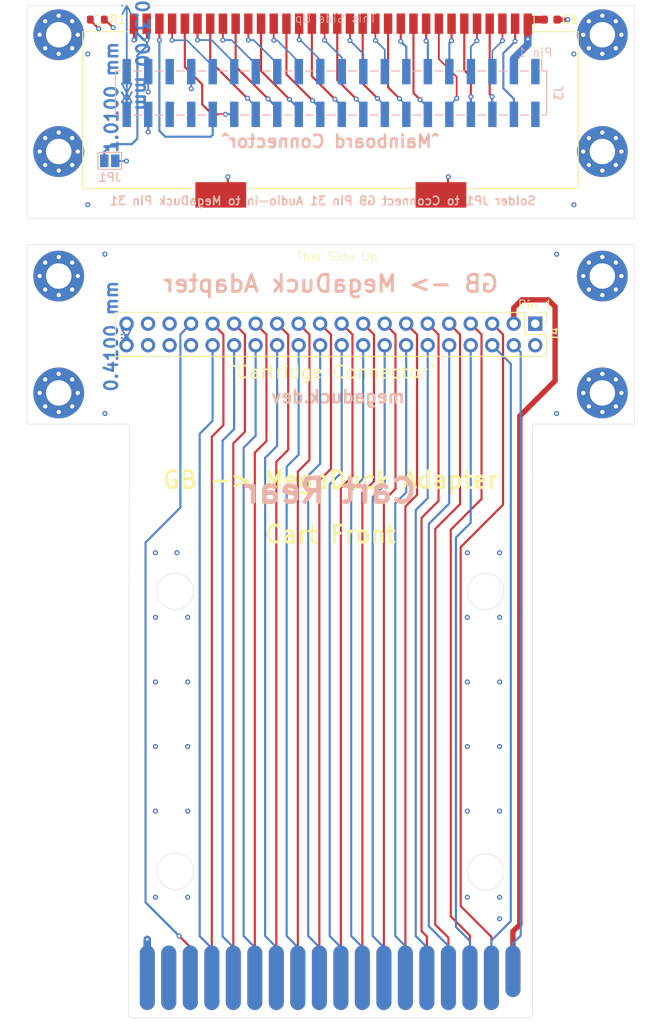
<source format=kicad_pcb>
(kicad_pcb (version 20240108) (generator "pcbnew") (generator_version "8.0")
  (title_block (title "GB to MegaDuck Cart Adapter") (date "2024-08-05") (rev "v1.0") (company "megaduck.dev"))
  (layers (0 "F.Cu" signal) (1 "In1.Cu" signal) (2 "In2.Cu" signal) (31 "B.Cu" signal) (34 "B.Paste" user) (35 "F.Paste" user) (36 "B.SilkS" user "B.Silkscreen") (37 "F.SilkS" user "F.Silkscreen") (38 "B.Mask" user) (39 "F.Mask" user) (44 "Edge.Cuts" user))
  (net 0 "")
  (net 1 "GND")
  (net 2 "/D6")
  (net 3 "/D7")
  (net 4 "/~{RES}")
  (net 5 "/D5")
  (net 6 "/D4")
  (net 7 "/D3")
  (net 8 "/D2")
  (net 9 "/D1")
  (net 10 "/D0")
  (net 11 "/A15")
  (net 12 "/A14")
  (net 13 "/A13")
  (net 14 "/A12")
  (net 15 "/A11")
  (net 16 "/A10")
  (net 17 "/A9")
  (net 18 "/A8")
  (net 19 "/A7")
  (net 20 "/A6")
  (net 21 "/A5")
  (net 22 "/A4")
  (net 23 "/A3")
  (net 24 "/A2")
  (net 25 "/A1")
  (net 26 "/A0")
  (net 27 "/~{CS}")
  (net 28 "/~{RD}")
  (net 29 "/~{WR}")
  (net 30 "/PHI")
  (net 31 "/VIN+")
  (net 33 "/VCC")
  (net 36 "Net-(J3-VIN)")
  (footprint "Resistor_SMD:R_0603_1608Metric" (layer "F.Cu") (at 120.5202 23.1214)
    (property "Reference" "R1")
    (property "Value" "100k")
  )
  (footprint "MountingHole:MountingHole_3mm_Pad_Via" (layer "F.Cu") (at 180.1516 53.38)
    (property "Reference" "H7" (hide yes))
    (property "Value" "MountingHole_Pad")
  )
  (footprint "Connector_PinHeader_2.54mm:PinHeader_2x20_P2.54mm_Vertical" (layer "F.Cu") (at 172.23 59 -90)
    (property "Reference" "J4")
    (property "Value" "Conn_02x20_Odd_Even")
  )
  (footprint "Capacitor_SMD:C_0603_1608Metric" (layer "F.Cu") (at 174.0502 23.1214)
    (property "Reference" "C1")
    (property "Value" "0.1uf")
  )
  (footprint "MountingHole:MountingHole_3mm_Pad_Via" (layer "F.Cu") (at 115.96 24.91)
    (property "Reference" "H1" (hide yes))
    (property "Value" "MountingHole_Pad")
  )
  (footprint "User:GameBoy_Cartridge_AGS_1x32-1MP_P1.50mm_Socket_Horizontal" (layer "F.Cu") (at 148.1004 33.854 180)
    (property "Reference" "J3" (hide yes))
    (property "Value" "GameBoy_Cartridge_MountingPin")
  )
  (footprint "User:Mega_Duck_36_Pin" (layer "F.Cu") (at 169.5958 136.1694)
    (property "Reference" "J1" (hide yes))
    (property "Value" "Conn_02x18_Odd_Even")
  )
  (footprint "MountingHole:MountingHole_3mm_Pad_Via" (layer "F.Cu") (at 115.96 38.69)
    (property "Reference" "H2" (hide yes))
    (property "Value" "MountingHole_Pad")
  )
  (footprint "MountingHole:MountingHole_3mm_Pad_Via" (layer "F.Cu") (at 180.1516 38.69)
    (property "Reference" "H6" (hide yes))
    (property "Value" "MountingHole_Pad")
  )
  (footprint "MountingHole:MountingHole_3mm_Pad_Via" (layer "F.Cu") (at 180.1516 67.17)
    (property "Reference" "H8" (hide yes))
    (property "Value" "MountingHole_Pad")
  )
  (footprint "MountingHole:MountingHole_3mm_Pad_Via" (layer "F.Cu") (at 180.1516 24.91)
    (property "Reference" "H5" (hide yes))
    (property "Value" "MountingHole_Pad")
  )
  (footprint "MountingHole:MountingHole_3mm_Pad_Via" (layer "F.Cu") (at 115.96 67.17)
    (property "Reference" "H4" (hide yes))
    (property "Value" "MountingHole_Pad")
  )
  (footprint "MountingHole:MountingHole_3mm_Pad_Via" (layer "F.Cu") (at 115.96 53.38)
    (property "Reference" "H3" (hide yes))
    (property "Value" "MountingHole_Pad")
  )
  (footprint "Jumper:SolderJumper-2_P1.3mm_Open_Pad1.0x1.5mm" (layer "B.Cu") (at 121.9906 39.7838 180)
    (property "Reference" "JP1")
    (property "Value" "SolderJumper_2_Open")
  )
  (footprint "Connector_PinSocket_2.54mm:PinSocket_2x20_P2.54mm_Vertical_SMD" (layer "B.Cu") (at 148.1168 31.7828 90)
    (property "Reference" "J3")
    (property "Value" "Conn_02x20_Odd_Even")
  )
  (gr_line (start 120.2596 49.6824) (end 112.2426 49.6824) (stroke (width 0.05)) (layer "Edge.Cuts"))
  (gr_circle (center 129.712926 90.576404) (end 131.862926 90.576404) (stroke (width 0.05)) (fill none) (layer "Edge.Cuts"))
  (gr_line (start 171.9072 70.846) (end 171.9072 76.708) (stroke (width 0.05)) (layer "Edge.Cuts"))
  (gr_circle (center 166.3954 123.6726) (end 168.5454 123.6726) (stroke (width 0.05)) (fill none) (layer "Edge.Cuts"))
  (gr_line (start 118.3988 46.6164) (end 124.317 46.6164) (stroke (width 0.05)) (layer "Edge.Cuts"))
  (gr_line (start 183.9468 21.4704) (end 183.9468 46.6164) (stroke (width 0.05)) (layer "Edge.Cuts"))
  (gr_line (start 112.2426 21.4704) (end 112.2426 46.6164) (stroke (width 0.05)) (layer "Edge.Cuts"))
  (gr_line (start 171.9072 70.846) (end 175.9298 70.846) (stroke (width 0.05)) (layer "Edge.Cuts"))
  (gr_line (start 124.2822 78.1558) (end 124.2822 70.846) (stroke (width 0.05)) (layer "Edge.Cuts"))
  (gr_line (start 112.2426 70.846) (end 120.2596 70.846) (stroke (width 0.05)) (layer "Edge.Cuts"))
  (gr_line (start 124.444 46.6164) (end 124.317 46.6164) (stroke (width 0.05)) (layer "Edge.Cuts"))
  (gr_line (start 177.8348 46.6164) (end 172.069 46.6164) (stroke (width 0.05)) (layer "Edge.Cuts"))
  (gr_line (start 183.9468 64.7032) (end 183.9468 49.6824) (stroke (width 0.05)) (layer "Edge.Cuts"))
  (gr_line (start 171.9072 140.5636) (end 171.9072 78.1558) (stroke (width 0.05)) (layer "Edge.Cuts"))
  (gr_arc (start 171.9072 140.5636) (mid 171.810487 140.797087) (end 171.577 140.8938) (stroke (width 0.05)) (layer "Edge.Cuts"))
  (gr_line (start 120.2596 70.846) (end 124.2822 70.846) (stroke (width 0.05)) (layer "Edge.Cuts"))
  (gr_line (start 118.3988 46.6164) (end 112.2426 46.6164) (stroke (width 0.05)) (layer "Edge.Cuts"))
  (gr_line (start 175.9298 70.846) (end 183.9468 70.846) (stroke (width 0.05)) (layer "Edge.Cuts"))
  (gr_line (start 177.8348 46.6164) (end 183.9468 46.6164) (stroke (width 0.05)) (layer "Edge.Cuts"))
  (gr_line (start 112.2426 64.7032) (end 112.2426 49.6824) (stroke (width 0.05)) (layer "Edge.Cuts"))
  (gr_line (start 171.9072 78.1558) (end 171.9072 76.708) (stroke (width 0.05)) (layer "Edge.Cuts"))
  (gr_circle (center 166.37 90.576404) (end 168.52 90.576404) (stroke (width 0.05)) (fill none) (layer "Edge.Cuts"))
  (gr_line (start 171.577 140.8938) (end 124.5616 140.8938) (stroke (width 0.05)) (layer "Edge.Cuts"))
  (gr_line (start 183.9468 49.6824) (end 175.9298 49.6824) (stroke (width 0.05)) (layer "Edge.Cuts"))
  (gr_circle (center 129.7432 123.6218) (end 131.8932 123.6218) (stroke (width 0.05)) (fill none) (layer "Edge.Cuts"))
  (gr_line (start 124.2314 140.5636) (end 124.2822 78.1558) (stroke (width 0.05)) (layer "Edge.Cuts"))
  (gr_line (start 118.3988 21.4704) (end 112.2426 21.4704) (stroke (width 0.05)) (layer "Edge.Cuts"))
  (gr_line (start 177.8348 21.4704) (end 183.9468 21.4704) (stroke (width 0.05)) (layer "Edge.Cuts"))
  (gr_line (start 124.444 46.6164) (end 172.069 46.6164) (stroke (width 0.05)) (layer "Edge.Cuts"))
  (gr_arc (start 124.5616 140.8938) (mid 124.328113 140.797087) (end 124.2314 140.5636) (stroke (width 0.05)) (layer "Edge.Cuts"))
  (gr_line (start 112.2426 64.7032) (end 112.2426 70.846) (stroke (width 0.05)) (layer "Edge.Cuts"))
  (gr_line (start 118.3988 21.4704) (end 177.8348 21.4704) (stroke (width 0.05)) (layer "Edge.Cuts"))
  (gr_line (start 120.2596 49.6824) (end 175.9298 49.6824) (stroke (width 0.05)) (layer "Edge.Cuts"))
  (gr_line (start 183.9468 70.846) (end 183.9468 64.7032) (stroke (width 0.05)) (layer "Edge.Cuts"))
  (gr_text "GB -> MegaDuck Adapter" (at 148.082 55.4482 -0) (layer "B.SilkS") (effects (font (size 2 2) (thickness 0.35) (bold yes)) (justify bottom mirror)))
  (gr_text "megaduck.dev" (at 157 68.5 -0) (layer "B.SilkS") (effects (font (size 1.5 1.5) (thickness 0.3) (bold yes)) (justify left bottom mirror)))
  (gr_text "This Side Up" (at 148.6502 23.5786 0) (layer "B.SilkS") (effects (font (size 1 1) (thickness 0.1)) (justify bottom mirror)))
  (gr_text "Cart Rear" (at 147.9804 80.3656 -0) (layer "B.SilkS") (effects (font (size 2.8 2.8) (thickness 0.56) (bold yes)) (justify bottom mirror)))
  (gr_text "Solder JP1 to Cconnect GB Pin 31 Audio-in to MegaDuck Pin 31" (at 147.1262 45.0924 0) (layer "B.SilkS") (effects (font (size 1 1) (thickness 0.2) (bold yes)) (justify bottom mirror)))
  (gr_text "^Mainboard Connector^" (at 161.0454 38.3614 0) (layer "B.SilkS") (effects (font (size 1.5 1.5) (thickness 0.3) (bold yes)) (justify left bottom mirror)))
  (gr_text "Pin 1" (at 172.2214 27.5918 0) (layer "B.SilkS") (effects (font (size 1 1) (thickness 0.1)) (justify bottom mirror)))
  (gr_text "^Cartridge Connector^" (at 148.2344 65.5828 0) (layer "F.SilkS") (effects (font (size 1.5 1.5) (thickness 0.2)) (justify bottom)))
  (gr_text "GB -> MegaDuck Adapter\n\nCart Front" (at 148.0312 85.0392 0) (layer "F.SilkS") (effects (font (size 2 2) (thickness 0.35) (bold yes)) (justify bottom)))
  (gr_text "Pin 1" (at 172.2374 57.3278 -0) (layer "F.SilkS") (effects (font (size 1 1) (thickness 0.1)) (justify bottom)))
  (gr_text "This Side Up" (at 148.8186 51.6636 0) (layer "F.SilkS") (effects (font (size 1 1) (thickness 0.1)) (justify bottom)))
  (dimension (type aligned) (layer "B.Cu") (pts (xy 124 32.8) (xy 124 31.79)) (height 0) (gr_text "1.0100 mm" (at 122.2 32.295 90) (layer "B.Cu") (effects (font (size 1.5 1.5) (thickness 0.3)))) (format (prefix "") (suffix "") (units 3) (units_format 1) (precision 4)) (style (thickness 0.2) (arrow_length 1.27) (text_position_mode 0) (extension_height 0.58642) (extension_offset 0.5) keep_text_aligned))
  (dimension (type aligned) (layer "B.Cu") (pts (xy 124 31.79) (xy 123.99 21.47)) (height 0) (gr_text "10.3200 mm" (at 125.794999 26.628256 -89.94448085) (layer "B.Cu") (effects (font (size 1.5 1.5) (thickness 0.3)))) (format (prefix "") (suffix "") (units 3) (units_format 1) (precision 4)) (style (thickness 0.2) (arrow_length 1.27) (text_position_mode 0) (extension_height 0.58642) (extension_offset 0.5) keep_text_aligned))
  (dimension (type aligned) (layer "B.Cu") (pts (xy 123.96 60.69) (xy 123.96 60.28)) (height 0) (gr_text "0.4100 mm" (at 122.16 60.485 90) (layer "B.Cu") (effects (font (size 1.5 1.5) (thickness 0.3)))) (format (prefix "") (suffix "") (units 3) (units_format 1) (precision 4)) (style (thickness 0.2) (arrow_length 1.27) (text_position_mode 0) (extension_height 0.58642) (extension_offset 0.5) keep_text_aligned))
  (segment (start 124.8504 25.527) (end 124.843 25.5344) (width 0.254) (layer "F.Cu") (net 1))
  (segment (start 135.9206 43.8548) (end 135.9206 41.6676) (width 0.254) (layer "F.Cu") (net 1))
  (segment (start 161.9206 43.8548) (end 161.9206 41.7026) (width 0.254) (layer "F.Cu") (net 1))
  (segment (start 161.9206 41.7026) (end 161.9598 41.6634) (width 0.254) (layer "F.Cu") (net 1))
  (segment (start 135.9206 41.6676) (end 135.9248 41.6634) (width 0.254) (layer "F.Cu") (net 1))
  (segment (start 126.4158 131.6482) (end 126.4158 136.1694) (width 0.889) (layer "F.Cu") (net 1))
  (segment (start 124.8504 23.6548) (end 124.8504 25.527) (width 0.254) (layer "F.Cu") (net 1))
  (segment (start 174.8252 23.1214) (end 176.0698 23.1214) (width 0.508) (layer "F.Cu") (net 1))
  (via (at 168.021 126.6698) (size 0.6) (drill 0.3) (layers "F.Cu" "B.Cu") (net 1))
  (via (at 168.021 108.8898) (size 0.6) (drill 0.3) (layers "F.Cu" "B.Cu") (net 1))
  (via (at 121.412 50.8) (size 0.6) (drill 0.3) (layers "F.Cu" "B.Cu") (net 1))
  (via (at 127.381 86.0298) (size 0.6) (drill 0.3) (layers "F.Cu" "B.Cu") (net 1))
  (via (at 121.412 69.596) (size 0.6) (drill 0.3) (layers "F.Cu" "B.Cu") (net 1))
  (via (at 164.211 101.2698) (size 0.6) (drill 0.3) (layers "F.Cu" "B.Cu") (net 1))
  (via (at 168.021 116.5098) (size 0.6) (drill 0.3) (layers "F.Cu" "B.Cu") (net 1))
  (via (at 164.211 93.6498) (size 0.6) (drill 0.3) (layers "F.Cu" "B.Cu") (net 1))
  (via (at 127.381 108.8898) (size 0.6) (drill 0.3) (layers "F.Cu" "B.Cu") (net 1))
  (via (at 127.381 126.6698) (size 0.6) (drill 0.3) (layers "F.Cu" "B.Cu") (net 1))
  (via (at 131.191 126.6698) (size 0.6) (drill 0.3) (layers "F.Cu" "B.Cu") (net 1))
  (via (at 161.9598 41.6634) (size 0.6) (drill 0.3) (layers "F.Cu" "B.Cu") (net 1))
  (via (at 129.921 86.0298) (size 0.6) (drill 0.3) (layers "F.Cu" "B.Cu") (net 1))
  (via (at 126.5268 36.3802) (size 0.6) (drill 0.3) (layers "F.Cu" "B.Cu") (net 1))
  (via (at 126.53 31.66) (size 0.6) (drill 0.3) (layers "F.Cu" "B.Cu") (net 1))
  (via (at 176.7934 27.1854) (size 0.6) (drill 0.3) (layers "F.Cu" "B.Cu") (net 1))
  (via (at 168.021 86.0298) (size 0.6) (drill 0.3) (layers "F.Cu" "B.Cu") (net 1))
  (via (at 164.211 116.5098) (size 0.6) (drill 0.3) (layers "F.Cu" "B.Cu") (net 1))
  (via (at 174.752 69.596) (size 0.6) (drill 0.3) (layers "F.Cu" "B.Cu") (net 1))
  (via (at 131.191 116.5098) (size 0.6) (drill 0.3) (layers "F.Cu" "B.Cu") (net 1))
  (via (at 176.0698 23.1214) (size 0.6) (drill 0.3) (layers "F.Cu" "B.Cu") (net 1))
  (via (at 119.3894 44.9654) (size 0.6) (drill 0.3) (layers "F.Cu" "B.Cu") (net 1))
  (via (at 168.021 93.6498) (size 0.6) (drill 0.3) (layers "F.Cu" "B.Cu") (net 1))
  (via (at 131.191 108.8898) (size 0.6) (drill 0.3) (layers "F.Cu" "B.Cu") (net 1))
  (via (at 124.843 25.5344) (size 0.6) (drill 0.3) (layers "F.Cu" "B.Cu") (net 1))
  (via (at 174.752 50.8) (size 0.6) (drill 0.3) (layers "F.Cu" "B.Cu") (net 1))
  (via (at 164.211 126.6698) (size 0.6) (drill 0.3) (layers "F.Cu" "B.Cu") (net 1))
  (via (at 126.4158 131.6482) (size 0.6) (drill 0.3) (layers "F.Cu" "B.Cu") (net 1))
  (via (at 127.381 101.2698) (size 0.6) (drill 0.3) (layers "F.Cu" "B.Cu") (net 1))
  (via (at 176.7934 44.9654) (size 0.6) (drill 0.3) (layers "F.Cu" "B.Cu") (net 1))
  (via (at 127.381 93.6498) (size 0.6) (drill 0.3) (layers "F.Cu" "B.Cu") (net 1))
  (via (at 168.021 101.2698) (size 0.6) (drill 0.3) (layers "F.Cu" "B.Cu") (net 1))
  (via (at 135.9248 41.6634) (size 0.6) (drill 0.3) (layers "F.Cu" "B.Cu") (net 1))
  (via (at 168.021 129.2098) (size 0.6) (drill 0.3) (layers "F.Cu" "B.Cu") (net 1))
  (via (at 164.211 86.0298) (size 0.6) (drill 0.3) (layers "F.Cu" "B.Cu") (net 1))
  (via (at 131.191 93.6498) (size 0.6) (drill 0.3) (layers "F.Cu" "B.Cu") (net 1))
  (via (at 131.191 101.2698) (size 0.6) (drill 0.3) (layers "F.Cu" "B.Cu") (net 1))
  (via (at 119.3894 27.1854) (size 0.6) (drill 0.3) (layers "F.Cu" "B.Cu") (net 1))
  (via (at 164.211 108.8898) (size 0.6) (drill 0.3) (layers "F.Cu" "B.Cu") (net 1))
  (via (at 127.381 116.5098) (size 0.6) (drill 0.3) (layers "F.Cu" "B.Cu") (net 1))
  (segment (start 126.5268 29.2628) (end 126.5268 31.6568) (width 0.2) (layer "B.Cu") (net 1))
  (segment (start 126.5268 29.2628) (end 126.5268 28.9126) (width 0.2) (layer "B.Cu") (net 1))
  (segment (start 126.5268 34.3028) (end 126.5268 36.3802) (width 0.254) (layer "B.Cu") (net 1))
  (segment (start 126.4158 131.6482) (end 126.4158 136.1694) (width 0.889) (layer "B.Cu") (net 1))
  (segment (start 126.5268 31.6568) (end 126.53 31.66) (width 0.2) (layer "B.Cu") (net 1))
  (segment (start 124.8504 25.5418) (end 124.843 25.5344) (width 0.2) (layer "B.Cu") (net 1))
  (segment (start 132.9022 33.129) (end 134.0706 34.2974) (width 0.254) (layer "F.Cu") (net 2))
  (segment (start 134.0706 34.2974) (end 135.6454 34.2974) (width 0.254) (layer "F.Cu") (net 2))
  (segment (start 132.2418 30.1064) (end 132.9022 30.7668) (width 0.254) (layer "F.Cu") (net 2))
  (segment (start 130.8504 23.604) (end 130.8504 28.715) (width 0.254) (layer "F.Cu") (net 2))
  (segment (start 132.9022 30.7668) (end 132.9022 33.129) (width 0.254) (layer "F.Cu") (net 2))
  (segment (start 130.8504 28.715) (end 132.2418 30.1064) (width 0.254) (layer "F.Cu") (net 2))
  (via (at 135.6454 34.2974) (size 0.6) (drill 0.3) (layers "F.Cu" "B.Cu") (net 2))
  (segment (start 135.3058 72.7964) (end 136.67 71.4322) (width 0.254) (layer "B.Cu") (net 2))
  (segment (start 135.6454 34.2974) (end 136.6814 34.2974) (width 0.254) (layer "B.Cu") (net 2))
  (segment (start 136.67 71.4322) (end 136.67 61.54) (width 0.254) (layer "B.Cu") (net 2))
  (segment (start 136.5758 132.5626) (end 135.3058 131.2926) (width 0.254) (layer "B.Cu") (net 2))
  (segment (start 136.6814 34.2974) (end 136.6868 34.3028) (width 0.254) (layer "B.Cu") (net 2))
  (segment (start 135.3058 131.2926) (end 135.3058 72.7964) (width 0.254) (layer "B.Cu") (net 2))
  (segment (start 136.5758 136.1694) (end 136.5758 132.5626) (width 0.254) (layer "B.Cu") (net 2))
  (segment (start 135.4074 70.9676) (end 134.0358 72.3392) (width 0.254) (layer "F.Cu") (net 3))
  (segment (start 134.13 59) (end 135.4074 60.2774) (width 0.254) (layer "F.Cu") (net 3))
  (segment (start 129.3504 25.5556) (end 129.3462 25.5598) (width 0.2) (layer "F.Cu") (net 3))
  (segment (start 135.4074 60.2774) (end 135.4074 70.9676) (width 0.254) (layer "F.Cu") (net 3))
  (segment (start 134.0358 72.3392) (end 134.0358 136.1694) (width 0.254) (layer "F.Cu") (net 3))
  (segment (start 129.3504 23.604) (end 129.3504 25.5556) (width 0.2) (layer "F.Cu") (net 3))
  (via (at 129.3462 25.5598) (size 0.6) (drill 0.3) (layers "F.Cu" "B.Cu") (net 3))
  (segment (start 131.0988 25.5598) (end 134.1468 28.6078) (width 0.2) (layer "B.Cu") (net 3))
  (segment (start 129.3462 25.5598) (end 131.0988 25.5598) (width 0.2) (layer "B.Cu") (net 3))
  (segment (start 134.1468 28.6078) (end 134.1468 29.2628) (width 0.2) (layer "B.Cu") (net 3))
  (segment (start 121.4314 23.1214) (end 122.38 24.07) (width 0.254) (layer "F.Cu") (net 4))
  (segment (start 127.8504 23.604) (end 127.8504 25.5316) (width 0.254) (layer "F.Cu") (net 4))
  (segment (start 121.3452 23.1214) (end 121.4314 23.1214) (width 0.254) (layer "F.Cu") (net 4))
  (segment (start 127.8504 25.5316) (end 127.8476 25.5344) (width 0.254) (layer "F.Cu") (net 4))
  (via (at 122.38 24.07) (size 0.6) (drill 0.3) (layers "F.Cu" "B.Cu") (net 4))
  (via (at 127.8476 25.5344) (size 0.6) (drill 0.3) (layers "F.Cu" "B.Cu") (net 4))
  (segment (start 134.1468 36.7104) (end 134.1468 34.3028) (width 0.254) (layer "B.Cu") (net 4))
  (segment (start 133.9182 36.939) (end 134.1468 36.7104) (width 0.254) (layer "B.Cu") (net 4))
  (segment (start 134.0358 132.6896) (end 132.8293 131.4831) (width 0.254) (layer "B.Cu") (net 4))
  (segment (start 133.5405 132.1943) (end 132.8293 131.4831) (width 0.254) (layer "B.Cu") (net 4))
  (segment (start 128.5334 36.939) (end 133.9182 36.939) (width 0.254) (layer "B.Cu") (net 4))
  (segment (start 134.0358 136.1694) (end 134.0358 132.5626) (width 0.254) (layer "B.Cu") (net 4))
  (segment (start 134.0358 136.1694) (end 134.0358 132.6896) (width 0.254) (layer "B.Cu") (net 4))
  (segment (start 132.6007 131.2545) (end 132.6007 71.9963) (width 0.254) (layer "B.Cu") (net 4))
  (segment (start 127.8476 25.5344) (end 127.8476 36.2532) (width 0.254) (layer "B.Cu") (net 4))
  (segment (start 132.6007 71.9963) (end 134.13 70.467) (width 0.254) (layer "B.Cu") (net 4))
  (segment (start 132.8293 131.4831) (end 132.6007 131.2545) (width 0.254) (layer "B.Cu") (net 4))
  (segment (start 134.0358 132.6896) (end 133.5405 132.1943) (width 0.254) (layer "B.Cu") (net 4))
  (segment (start 127.8476 36.2532) (end 128.5334 36.939) (width 0.254) (layer "B.Cu") (net 4))
  (segment (start 134.13 70.467) (end 134.13 61.54) (width 0.254) (layer "B.Cu") (net 4))
  (segment (start 137.9474 60.2774) (end 137.9474 71.755) (width 0.254) (layer "F.Cu") (net 5))
  (segment (start 136.67 59) (end 137.9474 60.2774) (width 0.254) (layer "F.Cu") (net 5))
  (segment (start 137.9474 71.755) (end 136.5758 73.1266) (width 0.254) (layer "F.Cu") (net 5))
  (segment (start 132.3504 23.604) (end 132.3504 25.5344) (width 0.254) (layer "F.Cu") (net 5))
  (segment (start 136.5758 73.1266) (end 136.5758 136.1694) (width 0.254) (layer "F.Cu") (net 5))
  (via (at 132.3504 25.5344) (size 0.6) (drill 0.3) (layers "F.Cu" "B.Cu") (net 5))
  (segment (start 132.3504 25.5344) (end 133.9944 25.5344) (width 0.2) (layer "B.Cu") (net 5))
  (segment (start 136.6868 28.2268) (end 136.6868 29.2628) (width 0.2) (layer "B.Cu") (net 5))
  (segment (start 133.9944 25.5344) (end 136.6868 28.2268) (width 0.2) (layer "B.Cu") (net 5))
  (segment (start 136.763 30.9446) (end 138.2108 32.3924) (width 0.254) (layer "F.Cu") (net 6))
  (segment (start 133.8504 23.604) (end 133.8504 28.032) (width 0.254) (layer "F.Cu") (net 6))
  (segment (start 138.2108 32.3924) (end 138.2362 32.3924) (width 0.254) (layer "F.Cu") (net 6))
  (segment (start 133.8504 28.032) (end 136.763 30.9446) (width 0.254) (layer "F.Cu") (net 6))
  (via (at 138.2362 32.3924) (size 0.6) (drill 0.3) (layers "F.Cu" "B.Cu") (net 6))
  (segment (start 137.795 131.2418) (end 137.795 73.6346) (width 0.254) (layer "B.Cu") (net 6))
  (segment (start 139.1158 132.5626) (end 137.795 131.2418) (width 0.254) (layer "B.Cu") (net 6))
  (segment (start 139.2268 33.383) (end 138.2362 32.3924) (width 0.2) (layer "B.Cu") (net 6))
  (segment (start 139.1158 136.1694) (end 139.1158 132.5626) (width 0.254) (layer "B.Cu") (net 6))
  (segment (start 139.2268 34.3028) (end 139.2268 33.002) (width 0.2) (layer "B.Cu") (net 6))
  (segment (start 139.2268 34.3028) (end 139.2268 33.383) (width 0.2) (layer "B.Cu") (net 6))
  (segment (start 139.21 72.2196) (end 139.21 61.54) (width 0.254) (layer "B.Cu") (net 6))
  (segment (start 137.795 73.6346) (end 139.21 72.2196) (width 0.254) (layer "B.Cu") (net 6))
  (segment (start 135.3504 23.604) (end 135.3504 25.5246) (width 0.2) (layer "F.Cu") (net 7))
  (segment (start 135.3504 25.5246) (end 135.3406 25.5344) (width 0.2) (layer "F.Cu") (net 7))
  (segment (start 139.1158 136.1694) (end 139.1158 78.359) (width 0.254) (layer "F.Cu") (net 7))
  (segment (start 140.4874 72.8472) (end 139.1158 74.2188) (width 0.254) (layer "F.Cu") (net 7))
  (segment (start 139.1158 78.359) (end 139.1158 74.2188) (width 0.254) (layer "F.Cu") (net 7))
  (segment (start 140.4874 60.2774) (end 140.4874 72.8472) (width 0.254) (layer "F.Cu") (net 7))
  (segment (start 139.21 59) (end 140.4874 60.2774) (width 0.254) (layer "F.Cu") (net 7))
  (via (at 135.3406 25.5344) (size 0.6) (drill 0.3) (layers "F.Cu" "B.Cu") (net 7))
  (segment (start 139.2268 28.4046) (end 139.2268 29.2628) (width 0.2) (layer "B.Cu") (net 7))
  (segment (start 135.3406 25.5344) (end 136.3566 25.5344) (width 0.2) (layer "B.Cu") (net 7))
  (segment (start 136.3566 25.5344) (end 139.2268 28.4046) (width 0.2) (layer "B.Cu") (net 7))
  (segment (start 136.8504 28.6444) (end 140.6746 32.4686) (width 0.254) (layer "F.Cu") (net 8))
  (segment (start 136.8504 23.604) (end 136.8504 28.6444) (width 0.254) (layer "F.Cu") (net 8))
  (via (at 140.6746 32.4686) (size 0.6) (drill 0.3) (layers "F.Cu" "B.Cu") (net 8))
  (segment (start 141.75 73.4134) (end 141.75 61.54) (width 0.254) (layer "B.Cu") (net 8))
  (segment (start 141.7668 33.5608) (end 141.7668 34.3028) (width 0.254) (layer "B.Cu") (net 8))
  (segment (start 140.6746 32.4686) (end 141.7668 33.5608) (width 0.254) (layer "B.Cu") (net 8))
  (segment (start 140.335 74.8284) (end 141.75 73.4134) (width 0.254) (layer "B.Cu") (net 8))
  (segment (start 141.6558 136.1694) (end 141.6558 132.5626) (width 0.254) (layer "B.Cu") (net 8))
  (segment (start 140.335 131.2418) (end 140.335 74.8284) (width 0.254) (layer "B.Cu") (net 8))
  (segment (start 141.6558 132.5626) (end 140.335 131.2418) (width 0.254) (layer "B.Cu") (net 8))
  (segment (start 141.75 59) (end 143.0528 60.3028) (width 0.254) (layer "F.Cu") (net 9))
  (segment (start 138.3504 23.604) (end 138.3504 25.5216) (width 0.2) (layer "F.Cu") (net 9))
  (segment (start 143.0528 73.8886) (end 141.6558 75.2856) (width 0.254) (layer "F.Cu") (net 9))
  (segment (start 138.3504 25.5216) (end 138.3632 25.5344) (width 0.2) (layer "F.Cu") (net 9))
  (segment (start 143.0528 60.3028) (end 143.0528 73.8886) (width 0.254) (layer "F.Cu") (net 9))
  (segment (start 141.6558 75.2856) (end 141.6558 136.1694) (width 0.254) (layer "F.Cu") (net 9))
  (via (at 138.3632 25.5344) (size 0.6) (drill 0.3) (layers "F.Cu" "B.Cu") (net 9))
  (segment (start 138.3632 25.5344) (end 138.9728 25.5344) (width 0.2) (layer "B.Cu") (net 9))
  (segment (start 141.7668 28.3284) (end 141.7668 29.2628) (width 0.2) (layer "B.Cu") (net 9))
  (segment (start 138.9728 25.5344) (end 141.7668 28.3284) (width 0.2) (layer "B.Cu") (net 9))
  (segment (start 139.8504 23.604) (end 139.8504 29.1806) (width 0.254) (layer "F.Cu") (net 10))
  (segment (start 139.8504 29.1806) (end 143.2146 32.5448) (width 0.254) (layer "F.Cu") (net 10))
  (segment (start 139.8364 23.618) (end 139.8504 23.604) (width 0.254) (layer "F.Cu") (net 10))
  (via (at 143.2146 32.5448) (size 0.6) (drill 0.3) (layers "F.Cu" "B.Cu") (net 10))
  (segment (start 144.3068 33.637) (end 144.3068 34.3028) (width 0.254) (layer "B.Cu") (net 10))
  (segment (start 142.875 131.2418) (end 142.875 75.8698) (width 0.254) (layer "B.Cu") (net 10))
  (segment (start 143.2146 32.5448) (end 144.3068 33.637) (width 0.254) (layer "B.Cu") (net 10))
  (segment (start 142.875 75.8698) (end 144.29 74.4548) (width 0.254) (layer "B.Cu") (net 10))
  (segment (start 144.1958 132.5626) (end 142.875 131.2418) (width 0.254) (layer "B.Cu") (net 10))
  (segment (start 144.29 74.4548) (end 144.29 61.54) (width 0.254) (layer "B.Cu") (net 10))
  (segment (start 144.1958 136.1694) (end 144.1958 132.5626) (width 0.254) (layer "B.Cu") (net 10))
  (segment (start 141.3504 23.604) (end 141.3504 25.5498) (width 0.2) (layer "F.Cu") (net 11))
  (segment (start 145.5674 75.0824) (end 144.1958 76.454) (width 0.254) (layer "F.Cu") (net 11))
  (segment (start 144.1958 76.454) (end 144.1958 136.1694) (width 0.254) (layer "F.Cu") (net 11))
  (segment (start 144.29 59) (end 145.5674 60.2774) (width 0.254) (layer "F.Cu") (net 11))
  (segment (start 141.3504 25.5498) (end 141.3604 25.5598) (width 0.2) (layer "F.Cu") (net 11))
  (segment (start 145.5674 60.2774) (end 145.5674 75.0824) (width 0.254) (layer "F.Cu") (net 11))
  (via (at 141.3604 25.5598) (size 0.6) (drill 0.3) (layers "F.Cu" "B.Cu") (net 11))
  (segment (start 141.7414 25.5598) (end 144.3068 28.1252) (width 0.2) (layer "B.Cu") (net 11))
  (segment (start 144.3068 28.1252) (end 144.3068 29.2628) (width 0.2) (layer "B.Cu") (net 11))
  (segment (start 141.3604 25.5598) (end 141.7414 25.5598) (width 0.2) (layer "B.Cu") (net 11))
  (segment (start 142.8504 29.5898) (end 145.9324 32.6718) (width 0.254) (layer "F.Cu") (net 12))
  (segment (start 142.8504 23.604) (end 142.8504 29.5898) (width 0.254) (layer "F.Cu") (net 12))
  (via (at 145.9324 32.6718) (size 0.6) (drill 0.3) (layers "F.Cu" "B.Cu") (net 12))
  (segment (start 146.7358 132.5626) (end 145.415 131.2418) (width 0.254) (layer "B.Cu") (net 12))
  (segment (start 146.8468 33.5862) (end 146.8468 34.3028) (width 0.254) (layer "B.Cu") (net 12))
  (segment (start 145.9324 32.6718) (end 146.8468 33.5862) (width 0.254) (layer "B.Cu") (net 12))
  (segment (start 146.83 75.5216) (end 146.83 61.54) (width 0.254) (layer "B.Cu") (net 12))
  (segment (start 145.415 76.9366) (end 146.83 75.5216) (width 0.254) (layer "B.Cu") (net 12))
  (segment (start 146.7358 136.1694) (end 146.7358 132.5626) (width 0.254) (layer "B.Cu") (net 12))
  (segment (start 145.415 131.2418) (end 145.415 76.9366) (width 0.254) (layer "B.Cu") (net 12))
  (segment (start 144.3504 25.5018) (end 144.3576 25.509) (width 0.2) (layer "F.Cu") (net 13))
  (segment (start 148.1074 76.1238) (end 146.7358 77.4954) (width 0.254) (layer "F.Cu") (net 13))
  (segment (start 148.1074 60.2774) (end 148.1074 76.1238) (width 0.254) (layer "F.Cu") (net 13))
  (segment (start 146.7358 77.4954) (end 146.7358 136.1694) (width 0.254) (layer "F.Cu") (net 13))
  (segment (start 144.3504 23.604) (end 144.3504 25.5018) (width 0.2) (layer "F.Cu") (net 13))
  (segment (start 146.83 59) (end 148.1074 60.2774) (width 0.254) (layer "F.Cu") (net 13))
  (via (at 144.3576 25.509) (size 0.6) (drill 0.3) (layers "F.Cu" "B.Cu") (net 13))
  (segment (start 144.3576 25.509) (end 144.4592 25.509) (width 0.2) (layer "B.Cu") (net 13))
  (segment (start 144.4592 25.509) (end 146.8468 27.8966) (width 0.2) (layer "B.Cu") (net 13))
  (segment (start 146.8468 27.8966) (end 146.8468 29.2628) (width 0.2) (layer "B.Cu") (net 13))
  (segment (start 145.8504 29.7958) (end 148.574 32.5194) (width 0.254) (layer "F.Cu") (net 14))
  (segment (start 145.8504 23.604) (end 145.8504 29.7958) (width 0.254) (layer "F.Cu") (net 14))
  (via (at 148.574 32.5194) (size 0.6) (drill 0.3) (layers "F.Cu" "B.Cu") (net 14))
  (segment (start 149.2758 136.1694) (end 149.2758 132.5626) (width 0.254) (layer "B.Cu") (net 14))
  (segment (start 148.574 32.5194) (end 149.3868 33.3322) (width 0.254) (layer "B.Cu") (net 14))
  (segment (start 149.3868 33.3322) (end 149.3868 34.3028) (width 0.254) (layer "B.Cu") (net 14))
  (segment (start 147.955 77.9526) (end 149.37 76.5376) (width 0.254) (layer "B.Cu") (net 14))
  (segment (start 147.955 131.2418) (end 147.955 77.9526) (width 0.254) (layer "B.Cu") (net 14))
  (segment (start 149.2758 132.5626) (end 147.955 131.2418) (width 0.254) (layer "B.Cu") (net 14))
  (segment (start 149.2758 136.1694) (end 149.2758 132.6896) (width 0.254) (layer "B.Cu") (net 14))
  (segment (start 149.37 76.5376) (end 149.37 61.54) (width 0.254) (layer "B.Cu") (net 14))
  (segment (start 147.3504 25.5554) (end 147.3548 25.5598) (width 0.2) (layer "F.Cu") (net 15))
  (segment (start 149.2758 78.359) (end 149.2758 136.1694) (width 0.254) (layer "F.Cu") (net 15))
  (segment (start 147.3504 23.604) (end 147.3504 25.5554) (width 0.2) (layer "F.Cu") (net 15))
  (segment (start 150.6474 60.2774) (end 150.6474 76.9874) (width 0.254) (layer "F.Cu") (net 15))
  (segment (start 149.2758 59.2074) (end 149.2758 59.3598) (width 0.254) (layer "F.Cu") (net 15))
  (segment (start 149.37 59) (end 150.6474 60.2774) (width 0.254) (layer "F.Cu") (net 15))
  (segment (start 150.6474 76.9874) (end 149.2758 78.359) (width 0.254) (layer "F.Cu") (net 15))
  (via (at 147.3548 25.5598) (size 0.6) (drill 0.3) (layers "F.Cu" "B.Cu") (net 15))
  (segment (start 149.3868 27.5918) (end 149.3868 29.2628) (width 0.2) (layer "B.Cu") (net 15))
  (segment (start 147.3548 25.5598) (end 149.3868 27.5918) (width 0.2) (layer "B.Cu") (net 15))
  (segment (start 148.8504 23.604) (end 148.8504 30.2558) (width 0.254) (layer "F.Cu") (net 16))
  (segment (start 148.8504 30.2558) (end 151.0886 32.494) (width 0.254) (layer "F.Cu") (net 16))
  (via (at 151.0886 32.494) (size 0.6) (drill 0.3) (layers "F.Cu" "B.Cu") (net 16))
  (segment (start 151.8158 132.5626) (end 150.495 131.2418) (width 0.254) (layer "B.Cu") (net 16))
  (segment (start 151.9268 33.3322) (end 151.0886 32.494) (width 0.2) (layer "B.Cu") (net 16))
  (segment (start 150.495 131.2418) (end 150.495 78.6892) (width 0.254) (layer "B.Cu") (net 16))
  (segment (start 151.91 77.2742) (end 151.91 61.54) (width 0.254) (layer "B.Cu") (net 16))
  (segment (start 151.9268 34.3028) (end 151.9268 33.3322) (width 0.2) (layer "B.Cu") (net 16))
  (segment (start 150.495 78.6892) (end 151.91 77.2742) (width 0.254) (layer "B.Cu") (net 16))
  (segment (start 151.8158 136.1694) (end 151.8158 132.5626) (width 0.254) (layer "B.Cu") (net 16))
  (segment (start 150.3504 23.604) (end 150.3504 25.5836) (width 0.2) (layer "F.Cu") (net 17))
  (segment (start 151.8158 136.1694) (end 151.8158 78.9686) (width 0.254) (layer "F.Cu") (net 17))
  (segment (start 151.8158 58.8518) (end 151.8158 59.055) (width 0.254) (layer "F.Cu") (net 17))
  (segment (start 153.1874 60.2774) (end 151.91 59) (width 0.254) (layer "F.Cu") (net 17))
  (segment (start 150.3504 25.5836) (end 150.352 25.5852) (width 0.2) (layer "F.Cu") (net 17))
  (segment (start 151.8158 78.9686) (end 153.1874 77.597) (width 0.254) (layer "F.Cu") (net 17))
  (segment (start 153.1874 77.597) (end 153.1874 60.2774) (width 0.254) (layer "F.Cu") (net 17))
  (via (at 150.352 25.5852) (size 0.6) (drill 0.3) (layers "F.Cu" "B.Cu") (net 17))
  (segment (start 151.9268 27.16) (end 151.9268 29.2628) (width 0.2) (layer "B.Cu") (net 17))
  (segment (start 150.352 25.5852) (end 151.9268 27.16) (width 0.2) (layer "B.Cu") (net 17))
  (segment (start 151.8504 23.604) (end 151.8504 30.665) (width 0.254) (layer "F.Cu") (net 18))
  (segment (start 151.8504 30.665) (end 153.6032 32.4178) (width 0.254) (layer "F.Cu") (net 18))
  (via (at 153.6032 32.4178) (size 0.6) (drill 0.3) (layers "F.Cu" "B.Cu") (net 18))
  (segment (start 154.3558 136.1694) (end 154.3558 132.5626) (width 0.254) (layer "B.Cu") (net 18))
  (segment (start 153.035 131.2418) (end 153.035 79.4512) (width 0.254) (layer "B.Cu") (net 18))
  (segment (start 154.4668 34.3028) (end 154.4668 33.2814) (width 0.2) (layer "B.Cu") (net 18))
  (segment (start 154.3558 132.5626) (end 153.035 131.2418) (width 0.254) (layer "B.Cu") (net 18))
  (segment (start 154.4668 33.2814) (end 153.6032 32.4178) (width 0.2) (layer "B.Cu") (net 18))
  (segment (start 153.035 79.4512) (end 154.45 78.0362) (width 0.254) (layer "B.Cu") (net 18))
  (segment (start 154.45 78.0362) (end 154.45 61.54) (width 0.254) (layer "B.Cu") (net 18))
  (segment (start 155.7274 60.2774) (end 154.45 59) (width 0.254) (layer "F.Cu") (net 19))
  (segment (start 155.7274 78.486) (end 155.7274 60.2774) (width 0.254) (layer "F.Cu") (net 19))
  (segment (start 153.3504 23.604) (end 153.3504 25.561) (width 0.2) (layer "F.Cu") (net 19))
  (segment (start 154.3558 79.8576) (end 155.7274 78.486) (width 0.254) (layer "F.Cu") (net 19))
  (segment (start 153.3504 25.561) (end 153.3746 25.5852) (width 0.2) (layer "F.Cu") (net 19))
  (segment (start 154.3558 136.1694) (end 154.3558 79.8576) (width 0.254) (layer "F.Cu") (net 19))
  (via (at 153.3746 25.5852) (size 0.6) (drill 0.3) (layers "F.Cu" "B.Cu") (net 19))
  (segment (start 153.3746 25.5852) (end 154.4668 26.6774) (width 0.2) (layer "B.Cu") (net 19))
  (segment (start 154.4668 26.6774) (end 154.4668 29.2628) (width 0.2) (layer "B.Cu") (net 19))
  (segment (start 154.8504 31.0996) (end 156.194 32.4432) (width 0.254) (layer "F.Cu") (net 20))
  (segment (start 154.8504 23.604) (end 154.8504 31.0996) (width 0.254) (layer "F.Cu") (net 20))
  (via (at 156.194 32.4432) (size 0.6) (drill 0.3) (layers "F.Cu" "B.Cu") (net 20))
  (segment (start 155.702 80.1878) (end 156.99 78.8998) (width 0.254) (layer "B.Cu") (net 20))
  (segment (start 156.8958 132.4356) (end 155.702 131.2418) (width 0.254) (layer "B.Cu") (net 20))
  (segment (start 157.0068 33.256) (end 156.194 32.4432) (width 0.2) (layer "B.Cu") (net 20))
  (segment (start 155.702 131.2418) (end 155.702 80.1878) (width 0.254) (layer "B.Cu") (net 20))
  (segment (start 156.99 78.8998) (end 156.99 61.54) (width 0.254) (layer "B.Cu") (net 20))
  (segment (start 156.8958 136.1694) (end 156.8958 132.4356) (width 0.254) (layer "B.Cu") (net 20))
  (segment (start 157.0068 34.3028) (end 157.0068 33.256) (width 0.2) (layer "B.Cu") (net 20))
  (segment (start 158.2674 60.2774) (end 156.99 59) (width 0.254) (layer "F.Cu") (net 21))
  (segment (start 156.3504 25.7844) (end 156.3464 25.7804) (width 0.254) (layer "F.Cu") (net 21))
  (segment (start 158.2674 79.1972) (end 158.2674 60.2774) (width 0.254) (layer "F.Cu") (net 21))
  (segment (start 156.8958 136.1694) (end 156.8958 80.5688) (width 0.254) (layer "F.Cu") (net 21))
  (segment (start 156.3504 25.7844) (end 156.3504 23.604) (width 0.254) (layer "F.Cu") (net 21))
  (segment (start 156.3464 25.7804) (end 156.3464 25.6868) (width 0.254) (layer "F.Cu") (net 21))
  (segment (start 156.8958 80.5688) (end 158.2674 79.1972) (width 0.254) (layer "F.Cu") (net 21))
  (via (at 156.3464 25.6868) (size 0.6) (drill 0.3) (layers "F.Cu" "B.Cu") (net 21))
  (segment (start 156.3464 25.6868) (end 157.0068 26.3472) (width 0.254) (layer "B.Cu") (net 21))
  (segment (start 157.0068 26.3472) (end 157.0068 29.2628) (width 0.254) (layer "B.Cu") (net 21))
  (segment (start 157.8504 31.7882) (end 158.6324 32.5702) (width 0.254) (layer "F.Cu") (net 22))
  (segment (start 157.8504 23.604) (end 157.8504 31.7882) (width 0.254) (layer "F.Cu") (net 22))
  (via (at 158.6324 32.5702) (size 0.6) (drill 0.3) (layers "F.Cu" "B.Cu") (net 22))
  (segment (start 159.5468 33.4846) (end 158.6324 32.5702) (width 0.2) (layer "B.Cu") (net 22))
  (segment (start 158.115 131.2418) (end 158.115 81.0006) (width 0.254) (layer "B.Cu") (net 22))
  (segment (start 159.4358 132.5626) (end 158.115 131.2418) (width 0.254) (layer "B.Cu") (net 22))
  (segment (start 159.5468 34.3028) (end 159.5468 33.4846) (width 0.2) (layer "B.Cu") (net 22))
  (segment (start 158.115 81.0006) (end 159.53 79.5856) (width 0.254) (layer "B.Cu") (net 22))
  (segment (start 159.53 79.5856) (end 159.53 61.54) (width 0.254) (layer "B.Cu") (net 22))
  (segment (start 159.4358 136.1694) (end 159.4358 132.5626) (width 0.254) (layer "B.Cu") (net 22))
  (segment (start 159.4358 136.1694) (end 159.4358 131.2926) (width 0.254) (layer "F.Cu") (net 23))
  (segment (start 159.3436 25.6868) (end 159.3436 25.636) (width 0.254) (layer "F.Cu") (net 23))
  (segment (start 160.8074 79.9084) (end 160.8074 60.2774) (width 0.254) (layer "F.Cu") (net 23))
  (segment (start 159.4358 131.2926) (end 158.8008 130.6576) (width 0.254) (layer "F.Cu") (net 23))
  (segment (start 159.3436 25.4836) (end 159.3504 25.4768) (width 0.254) (layer "F.Cu") (net 23))
  (segment (start 160.8074 60.2774) (end 159.53 59) (width 0.254) (layer "F.Cu") (net 23))
  (segment (start 158.8008 130.6576) (end 158.8008 81.915) (width 0.254) (layer "F.Cu") (net 23))
  (segment (start 159.3504 25.4768) (end 159.3504 23.604) (width 0.254) (layer "F.Cu") (net 23))
  (segment (start 158.8008 81.915) (end 160.8074 79.9084) (width 0.254) (layer "F.Cu") (net 23))
  (segment (start 159.3436 25.6868) (end 159.3436 25.4836) (width 0.254) (layer "F.Cu") (net 23))
  (via (at 159.3436 25.636) (size 0.6) (drill 0.3) (layers "F.Cu" "B.Cu") (net 23))
  (segment (start 159.5468 25.8392) (end 159.5468 29.2628) (width 0.254) (layer "B.Cu") (net 23))
  (segment (start 159.3436 25.636) (end 159.5468 25.8392) (width 0.254) (layer "B.Cu") (net 23))
  (segment (start 160.8504 27.7778) (end 160.8504 23.604) (width 0.2) (layer "F.Cu") (net 24))
  (segment (start 162.9504 32.4178) (end 162.9504 29.8778) (width 0.2) (layer "F.Cu") (net 24))
  (segment (start 162.9504 29.8778) (end 160.8504 27.7778) (width 0.2) (layer "F.Cu") (net 24))
  (via (at 162.9504 32.4178) (size 0.6) (drill 0.3) (layers "F.Cu" "B.Cu") (net 24))
  (segment (start 159.6644 130.0988) (end 159.6644 82.6262) (width 0.254) (layer "B.Cu") (net 24))
  (segment (start 162.07 80.2206) (end 162.07 61.54) (width 0.254) (layer "B.Cu") (net 24))
  (segment (start 162.0868 33.2814) (end 162.9504 32.4178) (width 0.2) (layer "B.Cu") (net 24))
  (segment (start 161.9758 136.1694) (end 161.9758 132.4102) (width 0.254) (layer "B.Cu") (net 24))
  (segment (start 162.0868 34.3028) (end 162.0868 33.2814) (width 0.2) (layer "B.Cu") (net 24))
  (segment (start 159.6644 82.6262) (end 162.07 80.2206) (width 0.254) (layer "B.Cu") (net 24))
  (segment (start 161.9758 132.4102) (end 159.6644 130.0988) (width 0.254) (layer "B.Cu") (net 24))
  (segment (start 162.3408 25.5536) (end 162.3408 25.6106) (width 0.254) (layer "F.Cu") (net 25))
  (segment (start 163.3474 60.2774) (end 162.07 59) (width 0.254) (layer "F.Cu") (net 25))
  (segment (start 162.3504 25.544) (end 162.3504 23.604) (width 0.254) (layer "F.Cu") (net 25))
  (segment (start 161.9758 136.1694) (end 161.9758 131.445) (width 0.254) (layer "F.Cu") (net 25))
  (segment (start 161.9758 131.445) (end 160.4264 129.8956) (width 0.254) (layer "F.Cu") (net 25))
  (segment (start 163.3474 80.2894) (end 163.3474 60.2774) (width 0.254) (layer "F.Cu") (net 25))
  (segment (start 160.4264 129.8956) (end 160.4264 83.2104) (width 0.254) (layer "F.Cu") (net 25))
  (segment (start 162.3504 25.544) (end 162.3408 25.5536) (width 0.254) (layer "F.Cu") (net 25))
  (segment (start 160.4264 83.2104) (end 163.3474 80.2894) (width 0.254) (layer "F.Cu") (net 25))
  (via (at 162.3408 25.6106) (size 0.6) (drill 0.3) (layers "F.Cu" "B.Cu") (net 25))
  (segment (start 162.3408 25.6106) (end 162.0868 25.8646) (width 0.254) (layer "B.Cu") (net 25))
  (segment (start 162.0868 25.8646) (end 162.0868 29.2628) (width 0.254) (layer "B.Cu") (net 25))
  (segment (start 163.8504 29.1014) (end 164.0934 29.3444) (width 0.254) (layer "F.Cu") (net 26))
  (segment (start 164.0934 29.3444) (end 164.6268 29.8778) (width 0.254) (layer "F.Cu") (net 26))
  (segment (start 164.6268 29.8778) (end 164.6268 32.2146) (width 0.254) (layer "F.Cu") (net 26))
  (segment (start 163.8504 23.604) (end 163.8504 29.1014) (width 0.254) (layer "F.Cu") (net 26))
  (via (at 164.6268 32.2146) (size 0.6) (drill 0.3) (layers "F.Cu" "B.Cu") (net 26))
  (segment (start 162.8648 130.175) (end 162.8648 84.2264) (width 0.254) (layer "B.Cu") (net 26))
  (segment (start 164.6268 32.2146) (end 164.6268 34.3028) (width 0.254) (layer "B.Cu") (net 26))
  (segment (start 164.5158 131.826) (end 162.8648 130.175) (width 0.254) (layer "B.Cu") (net 26))
  (segment (start 162.8648 84.2264) (end 164.61 82.4812) (width 0.254) (layer "B.Cu") (net 26))
  (segment (start 164.61 82.4812) (end 164.61 61.54) (width 0.254) (layer "B.Cu") (net 26))
  (segment (start 164.5158 136.1694) (end 164.5158 131.826) (width 0.254) (layer "B.Cu") (net 26))
  (segment (start 165.3504 25.5982) (end 165.338 25.6106) (width 0.2) (layer "F.Cu") (net 27))
  (segment (start 165.8874 79.6798) (end 165.8874 60.2774) (width 0.254) (layer "F.Cu") (net 27))
  (segment (start 164.5158 136.1694) (end 164.5158 131.191) (width 0.254) (layer "F.Cu") (net 27))
  (segment (start 162.2552 128.9304) (end 162.2552 83.312) (width 0.254) (layer "F.Cu") (net 27))
  (segment (start 162.2552 83.312) (end 165.8874 79.6798) (width 0.254) (layer "F.Cu") (net 27))
  (segment (start 164.5158 131.191) (end 162.2552 128.9304) (width 0.254) (layer "F.Cu") (net 27))
  (segment (start 165.3504 23.604) (end 165.3504 25.5982) (width 0.2) (layer "F.Cu") (net 27))
  (segment (start 165.8874 60.2774) (end 164.61 59) (width 0.254) (layer "F.Cu") (net 27))
  (via (at 165.338 25.6106) (size 0.6) (drill 0.3) (layers "F.Cu" "B.Cu") (net 27))
  (segment (start 165.338 25.6106) (end 164.6268 26.3218) (width 0.2) (layer "B.Cu") (net 27))
  (segment (start 164.6268 26.3218) (end 164.6268 29.2628) (width 0.2) (layer "B.Cu") (net 27))
  (segment (start 166.8504 31.9236) (end 167.1414 32.2146) (width 0.254) (layer "F.Cu") (net 28))
  (segment (start 166.8504 23.604) (end 166.8504 31.9236) (width 0.254) (layer "F.Cu") (net 28))
  (via (at 167.1414 32.2146) (size 0.6) (drill 0.3) (layers "F.Cu" "B.Cu") (net 28))
  (segment (start 167.0558 136.1694) (end 167.0558 131.7752) (width 0.254) (layer "B.Cu") (net 28))
  (segment (start 169.3418 129.4892) (end 169.3418 63.7318) (width 0.254) (layer "B.Cu") (net 28))
  (segment (start 167.0558 131.7752) (end 169.3418 129.4892) (width 0.254) (layer "B.Cu") (net 28))
  (segment (start 167.1414 34.2774) (end 167.1668 34.3028) (width 0.254) (layer "B.Cu") (net 28))
  (segment (start 169.3418 63.7318) (end 167.15 61.54) (width 0.254) (layer "B.Cu") (net 28))
  (segment (start 167.1414 32.2146) (end 167.1414 34.2774) (width 0.254) (layer "B.Cu") (net 28))
  (segment (start 167.0558 136.1694) (end 167.0558 132.588) (width 0.254) (layer "B.Cu") (net 28))
  (segment (start 167.0558 131.3434) (end 163.4236 127.7112) (width 0.254) (layer "F.Cu") (net 29))
  (segment (start 168.4274 80.3656) (end 168.4274 60.2774) (width 0.254) (layer "F.Cu") (net 29))
  (segment (start 163.4236 85.3694) (end 168.4274 80.3656) (width 0.254) (layer "F.Cu") (net 29))
  (segment (start 168.4274 60.2774) (end 167.15 59) (width 0.254) (layer "F.Cu") (net 29))
  (segment (start 167.0558 136.1694) (end 167.0558 131.3434) (width 0.254) (layer "F.Cu") (net 29))
  (segment (start 168.3504 23.604) (end 168.3504 25.6004) (width 0.2) (layer "F.Cu") (net 29))
  (segment (start 163.4236 127.7112) (end 163.4236 85.3694) (width 0.254) (layer "F.Cu") (net 29))
  (segment (start 168.3504 25.6004) (end 168.3606 25.6106) (width 0.2) (layer "F.Cu") (net 29))
  (via (at 168.3606 25.6106) (size 0.6) (drill 0.3) (layers "F.Cu" "B.Cu") (net 29))
  (segment (start 167.1668 26.8044) (end 167.1668 29.2628) (width 0.2) (layer "B.Cu") (net 29))
  (segment (start 168.3606 25.6106) (end 167.1668 26.8044) (width 0.2) (layer "B.Cu") (net 29))
  (segment (start 169.8592 25.6868) (end 169.8504 25.5764) (width 0.254) (layer "F.Cu") (net 30))
  (segment (start 169.8504 23.604) (end 169.8592 25.6868) (width 0.254) (layer "F.Cu") (net 30))
  (via (at 169.8592 25.6868) (size 0.6) (drill 0.3) (layers "F.Cu" "B.Cu") (net 30))
  (segment (start 170.5102 62.3602) (end 169.69 61.54) (width 0.254) (layer "B.Cu") (net 30))
  (segment (start 169.5958 135.4074) (end 169.5958 132.1054) (width 0.254) (layer "B.Cu") (net 30))
  (segment (start 170.5102 131.191) (end 170.5102 62.3602) (width 0.254) (layer "B.Cu") (net 30))
  (segment (start 169.8592 25.6868) (end 168.4622 27.0838) (width 0.254) (layer "B.Cu") (net 30))
  (segment (start 169.5958 132.1054) (end 170.5102 131.191) (width 0.254) (layer "B.Cu") (net 30))
  (segment (start 168.4622 27.0838) (end 168.4622 31.224) (width 0.254) (layer "B.Cu") (net 30))
  (segment (start 169.7068 32.4686) (end 169.7068 34.3028) (width 0.254) (layer "B.Cu") (net 30))
  (segment (start 168.4622 31.224) (end 169.7068 32.4686) (width 0.254) (layer "B.Cu") (net 30))
  (segment (start 131.4958 132.5626) (end 130.175 131.2418) (width 0.254) (layer "F.Cu") (net 31))
  (segment (start 131.4958 136.1694) (end 131.4958 132.5626) (width 0.254) (layer "F.Cu") (net 31))
  (via (at 123.9614 39.8092) (size 0.6) (drill 0.3) (layers "F.Cu" "B.Cu") (net 31))
  (via (at 130.175 131.2418) (size 0.6) (drill 0.3) (layers "F.Cu" "B.Cu") (net 31))
  (via (at 131.6068 31.2748) (size 0.6) (drill 0.3) (layers "F.Cu" "B.Cu") (net 31))
  (segment (start 126.2126 127.2794) (end 130.175 131.2418) (width 0.254) (layer "B.Cu") (net 31))
  (segment (start 130.3274 80.6958) (end 130.3274 60.2626) (width 0.254) (layer "B.Cu") (net 31))
  (segment (start 122.666 39.8092) (end 122.6406 39.7838) (width 0.2) (layer "B.Cu") (net 31))
  (segment (start 131.6068 29.2628) (end 131.6068 31.2748) (width 0.2) (layer "B.Cu") (net 31))
  (segment (start 127 128.0668) (end 127.4572 128.524) (width 0.254) (layer "B.Cu") (net 31))
  (segment (start 123.9614 39.8092) (end 122.666 39.8092) (width 0.2) (layer "B.Cu") (net 31))
  (segment (start 127.4572 128.524) (end 130.175 131.2418) (width 0.254) (layer "B.Cu") (net 31))
  (segment (start 126.2126 127.2794) (end 126.2126 84.8106) (width 0.254) (layer "B.Cu") (net 31))
  (segment (start 126.2126 127.2794) (end 127.4572 128.524) (width 0.254) (layer "B.Cu") (net 31))
  (segment (start 130.3274 60.2626) (end 131.59 59) (width 0.254) (layer "B.Cu") (net 31))
  (segment (start 126.2126 84.8106) (end 130.3274 80.6958) (width 0.254) (layer "B.Cu") (net 31))
  (segment (start 119.6952 23.2052) (end 120.67 24.18) (width 0.254) (layer "F.Cu") (net 33))
  (segment (start 169.5958 135.4074) (end 169.5958 130.7084) (width 0.635) (layer "F.Cu") (net 33))
  (segment (start 171.833 23.1214) (end 171.3504 23.604) (width 0.889) (layer "F.Cu") (net 33))
  (segment (start 119.6942 23.1224) (end 119.6952 23.1214) (width 0.254) (layer "F.Cu") (net 33))
  (segment (start 171.3504 23.604) (end 171.3504 25.4328) (width 0.889) (layer "F.Cu") (net 33))
  (segment (start 174.5742 65.7352) (end 174.5742 56.9976) (width 0.635) (layer "F.Cu") (net 33))
  (segment (start 170.6372 56.1848) (end 169.69 57.132) (width 0.635) (layer "F.Cu") (net 33))
  (segment (start 169.5958 130.7084) (end 170.4086 129.8956) (width 0.635) (layer "F.Cu") (net 33))
  (segment (start 169.69 57.132) (end 169.69 59) (width 0.635) (layer "F.Cu") (net 33))
  (segment (start 119.6952 23.1214) (end 119.6952 23.2052) (width 0.254) (layer "F.Cu") (net 33))
  (segment (start 170.4086 129.8956) (end 170.4086 69.9008) (width 0.635) (layer "F.Cu") (net 33))
  (segment (start 173.2752 23.1214) (end 171.833 23.1214) (width 0.889) (layer "F.Cu") (net 33))
  (segment (start 173.7614 56.1848) (end 170.6372 56.1848) (width 0.635) (layer "F.Cu") (net 33))
  (segment (start 174.5742 56.9976) (end 173.7614 56.1848) (width 0.635) (layer "F.Cu") (net 33))
  (segment (start 170.4086 69.9008) (end 174.5742 65.7352) (width 0.635) (layer "F.Cu") (net 33))
  (via (at 171.3504 25.4328) (size 0.6) (drill 0.3) (layers "F.Cu" "B.Cu") (net 33))
  (via (at 120.67 24.18) (size 0.6) (drill 0.3) (layers "F.Cu" "B.Cu") (net 33))
  (segment (start 169.7068 29.2628) (end 169.7068 27.6934) (width 0.889) (layer "B.Cu") (net 33))
  (segment (start 169.7068 27.6934) (end 171.3504 26.0498) (width 0.889) (layer "B.Cu") (net 33))
  (segment (start 171.3504 26.0498) (end 171.3504 25.4328) (width 0.889) (layer "B.Cu") (net 33))
  (segment (start 126.3832 23.6548) (end 126.3832 25.5256) (width 0.254) (layer "F.Cu") (net 36))
  (segment (start 126.3832 25.5256) (end 126.3744 25.5344) (width 0.254) (layer "F.Cu") (net 36))
  (via (at 126.3744 25.5344) (size 0.6) (drill 0.3) (layers "F.Cu" "B.Cu") (net 36))
  (segment (start 126.3744 26.2356) (end 125.25 27.36) (width 0.254) (layer "B.Cu") (net 36))
  (segment (start 124.59 37.82) (end 122.24 37.82) (width 0.254) (layer "B.Cu") (net 36))
  (segment (start 125.25 27.36) (end 125.25 37.16) (width 0.254) (layer "B.Cu") (net 36))
  (segment (start 122.24 37.82) (end 121.3406 38.7194) (width 0.254) (layer "B.Cu") (net 36))
  (segment (start 121.3406 38.7194) (end 121.3406 39.7838) (width 0.254) (layer "B.Cu") (net 36))
  (segment (start 126.3744 25.5344) (end 126.3744 26.2356) (width 0.254) (layer "B.Cu") (net 36))
  (segment (start 125.25 37.16) (end 124.59 37.82) (width 0.254) (layer "B.Cu") (net 36))
)
</source>
